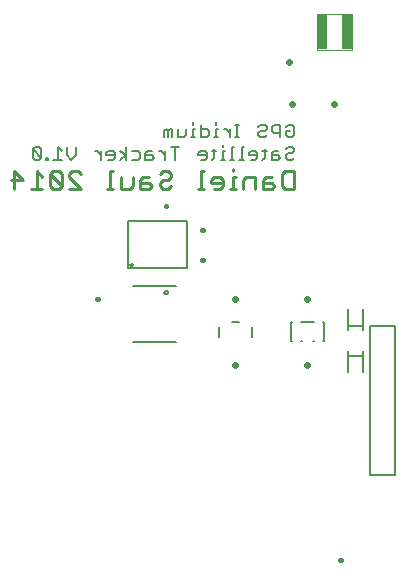
<source format=gbo>
G75*
G70*
%OFA0B0*%
%FSLAX24Y24*%
%IPPOS*%
%LPD*%
%AMOC8*
5,1,8,0,0,1.08239X$1,22.5*
%
%ADD10C,0.0080*%
%ADD11C,0.0110*%
%ADD12C,0.0050*%
%ADD13C,0.0220*%
%ADD14C,0.0039*%
%ADD15R,0.0354X0.1181*%
%ADD16C,0.0160*%
%ADD17C,0.0060*%
D10*
X006273Y011575D02*
X006275Y011590D01*
X006281Y011603D01*
X006290Y011615D01*
X006301Y011624D01*
X006315Y011630D01*
X006330Y011632D01*
X006345Y011630D01*
X006358Y011624D01*
X006370Y011615D01*
X006379Y011604D01*
X006385Y011590D01*
X006387Y011575D01*
X006385Y011560D01*
X006379Y011547D01*
X006370Y011535D01*
X006359Y011526D01*
X006345Y011520D01*
X006330Y011518D01*
X006315Y011520D01*
X006302Y011526D01*
X006290Y011535D01*
X006281Y011546D01*
X006275Y011560D01*
X006273Y011575D01*
X008080Y010435D02*
X008080Y010096D01*
X008534Y010585D02*
X008746Y010585D01*
X009200Y010435D02*
X009200Y010096D01*
X012384Y010311D02*
X012384Y010469D01*
X012896Y010469D01*
X012896Y011020D01*
X012384Y011020D02*
X012384Y010469D01*
X012896Y010469D02*
X012896Y010311D01*
X013107Y010446D02*
X013107Y005485D01*
X013973Y005485D01*
X013973Y005495D02*
X013973Y010446D01*
X013107Y010446D01*
X012896Y009620D02*
X012896Y009462D01*
X012384Y009462D01*
X012384Y008911D01*
X012384Y009462D02*
X012384Y009620D01*
X012896Y009462D02*
X012896Y008911D01*
X010530Y016005D02*
X010390Y016005D01*
X010320Y016076D01*
X010320Y016146D01*
X010390Y016216D01*
X010530Y016216D01*
X010600Y016286D01*
X010600Y016356D01*
X010530Y016426D01*
X010390Y016426D01*
X010320Y016356D01*
X010070Y016286D02*
X009929Y016286D01*
X009859Y016216D01*
X009859Y016005D01*
X010070Y016005D01*
X010140Y016076D01*
X010070Y016146D01*
X009859Y016146D01*
X009679Y016286D02*
X009539Y016286D01*
X009609Y016356D02*
X009609Y016076D01*
X009539Y016005D01*
X009372Y016076D02*
X009372Y016216D01*
X009302Y016286D01*
X009162Y016286D01*
X009092Y016216D01*
X009092Y016146D01*
X009372Y016146D01*
X009372Y016076D02*
X009302Y016005D01*
X009162Y016005D01*
X008912Y016005D02*
X008772Y016005D01*
X008842Y016005D02*
X008842Y016426D01*
X008912Y016426D01*
X008758Y016755D02*
X008618Y016755D01*
X008688Y016755D02*
X008688Y017176D01*
X008758Y017176D02*
X008618Y017176D01*
X008452Y017036D02*
X008452Y016755D01*
X008452Y016896D02*
X008311Y017036D01*
X008241Y017036D01*
X008068Y017036D02*
X007998Y017036D01*
X007998Y016755D01*
X008068Y016755D02*
X007928Y016755D01*
X007761Y016826D02*
X007761Y016966D01*
X007691Y017036D01*
X007481Y017036D01*
X007481Y017176D02*
X007481Y016755D01*
X007691Y016755D01*
X007761Y016826D01*
X007998Y017176D02*
X007998Y017246D01*
X008228Y016496D02*
X008228Y016426D01*
X008228Y016286D02*
X008228Y016005D01*
X008298Y016005D02*
X008158Y016005D01*
X007921Y016076D02*
X007921Y016356D01*
X007991Y016286D02*
X007851Y016286D01*
X007684Y016216D02*
X007684Y016076D01*
X007614Y016005D01*
X007474Y016005D01*
X007404Y016146D02*
X007404Y016216D01*
X007474Y016286D01*
X007614Y016286D01*
X007684Y016216D01*
X007684Y016146D02*
X007404Y016146D01*
X007851Y016005D02*
X007921Y016076D01*
X008228Y016286D02*
X008298Y016286D01*
X008465Y016005D02*
X008605Y016005D01*
X008535Y016005D02*
X008535Y016426D01*
X008605Y016426D01*
X009399Y016826D02*
X009469Y016755D01*
X009609Y016755D01*
X009679Y016826D01*
X009609Y016966D02*
X009469Y016966D01*
X009399Y016896D01*
X009399Y016826D01*
X009609Y016966D02*
X009679Y017036D01*
X009679Y017106D01*
X009609Y017176D01*
X009469Y017176D01*
X009399Y017106D01*
X009859Y017106D02*
X009859Y016966D01*
X009929Y016896D01*
X010140Y016896D01*
X010140Y016755D02*
X010140Y017176D01*
X009929Y017176D01*
X009859Y017106D01*
X010320Y017106D02*
X010390Y017176D01*
X010530Y017176D01*
X010600Y017106D01*
X010600Y016826D01*
X010530Y016755D01*
X010390Y016755D01*
X010320Y016826D01*
X010320Y016966D01*
X010460Y016966D01*
X010600Y016076D02*
X010530Y016005D01*
X007301Y016755D02*
X007160Y016755D01*
X007230Y016755D02*
X007230Y017036D01*
X007301Y017036D01*
X007230Y017176D02*
X007230Y017246D01*
X006994Y017036D02*
X006994Y016826D01*
X006924Y016755D01*
X006713Y016755D01*
X006713Y017036D01*
X006533Y017036D02*
X006533Y016755D01*
X006393Y016755D02*
X006393Y016966D01*
X006323Y017036D01*
X006253Y016966D01*
X006253Y016755D01*
X006393Y016966D02*
X006463Y017036D01*
X006533Y017036D01*
X006483Y016426D02*
X006763Y016426D01*
X006623Y016426D02*
X006623Y016005D01*
X006303Y016005D02*
X006303Y016286D01*
X006303Y016146D02*
X006163Y016286D01*
X006093Y016286D01*
X005849Y016286D02*
X005709Y016286D01*
X005639Y016216D01*
X005639Y016005D01*
X005849Y016005D01*
X005919Y016076D01*
X005849Y016146D01*
X005639Y016146D01*
X005459Y016216D02*
X005459Y016076D01*
X005389Y016005D01*
X005179Y016005D01*
X005179Y016286D02*
X005389Y016286D01*
X005459Y016216D01*
X004999Y016146D02*
X004788Y016286D01*
X004615Y016216D02*
X004615Y016076D01*
X004545Y016005D01*
X004405Y016005D01*
X004335Y016146D02*
X004615Y016146D01*
X004615Y016216D02*
X004545Y016286D01*
X004405Y016286D01*
X004335Y016216D01*
X004335Y016146D01*
X004155Y016146D02*
X004014Y016286D01*
X003944Y016286D01*
X004155Y016286D02*
X004155Y016005D01*
X004788Y016005D02*
X004999Y016146D01*
X004999Y016005D02*
X004999Y016426D01*
X003310Y016426D02*
X003310Y016146D01*
X003170Y016005D01*
X003030Y016146D01*
X003030Y016426D01*
X002850Y016286D02*
X002710Y016426D01*
X002710Y016005D01*
X002850Y016005D02*
X002570Y016005D01*
X002390Y016005D02*
X002320Y016005D01*
X002320Y016076D01*
X002390Y016076D01*
X002390Y016005D01*
X002159Y016076D02*
X002159Y016356D01*
X002089Y016426D01*
X001949Y016426D01*
X001879Y016356D01*
X002159Y016076D01*
X002089Y016005D01*
X001949Y016005D01*
X001879Y016076D01*
X001879Y016356D01*
D11*
X002009Y015611D02*
X002009Y015020D01*
X002206Y015020D02*
X001812Y015020D01*
X001561Y015316D02*
X001168Y015316D01*
X001266Y015611D02*
X001266Y015020D01*
X001561Y015316D02*
X001266Y015611D01*
X002009Y015611D02*
X002206Y015414D01*
X002457Y015513D02*
X002457Y015119D01*
X002555Y015020D01*
X002752Y015020D01*
X002850Y015119D01*
X002457Y015513D01*
X002555Y015611D01*
X002752Y015611D01*
X002850Y015513D01*
X002850Y015119D01*
X003101Y015020D02*
X003495Y015020D01*
X003101Y015414D01*
X003101Y015513D01*
X003200Y015611D01*
X003397Y015611D01*
X003495Y015513D01*
X004372Y015020D02*
X004569Y015020D01*
X004471Y015020D02*
X004471Y015611D01*
X004569Y015611D01*
X004820Y015414D02*
X004820Y015020D01*
X005115Y015020D01*
X005214Y015119D01*
X005214Y015414D01*
X005465Y015316D02*
X005465Y015020D01*
X005760Y015020D01*
X005858Y015119D01*
X005760Y015217D01*
X005465Y015217D01*
X005465Y015316D02*
X005563Y015414D01*
X005760Y015414D01*
X006109Y015513D02*
X006208Y015611D01*
X006404Y015611D01*
X006503Y015513D01*
X006503Y015414D01*
X006404Y015316D01*
X006208Y015316D01*
X006109Y015217D01*
X006109Y015119D01*
X006208Y015020D01*
X006404Y015020D01*
X006503Y015119D01*
X007380Y015020D02*
X007577Y015020D01*
X007479Y015020D02*
X007479Y015611D01*
X007577Y015611D01*
X007828Y015316D02*
X007828Y015217D01*
X008222Y015217D01*
X008222Y015119D02*
X008222Y015316D01*
X008123Y015414D01*
X007926Y015414D01*
X007828Y015316D01*
X007926Y015020D02*
X008123Y015020D01*
X008222Y015119D01*
X008455Y015020D02*
X008651Y015020D01*
X008553Y015020D02*
X008553Y015414D01*
X008651Y015414D01*
X008553Y015611D02*
X008553Y015709D01*
X008902Y015316D02*
X008902Y015020D01*
X008902Y015316D02*
X009001Y015414D01*
X009296Y015414D01*
X009296Y015020D01*
X009547Y015020D02*
X009547Y015316D01*
X009645Y015414D01*
X009842Y015414D01*
X009842Y015217D02*
X009547Y015217D01*
X009547Y015020D02*
X009842Y015020D01*
X009940Y015119D01*
X009842Y015217D01*
X010191Y015119D02*
X010191Y015513D01*
X010290Y015611D01*
X010585Y015611D01*
X010585Y015020D01*
X010290Y015020D01*
X010191Y015119D01*
D12*
X007024Y013953D02*
X007024Y012378D01*
X005056Y012378D01*
X005056Y013953D01*
X007024Y013953D01*
X005135Y012496D02*
X005137Y012508D01*
X005142Y012519D01*
X005151Y012528D01*
X005162Y012533D01*
X005174Y012535D01*
X005186Y012533D01*
X005197Y012528D01*
X005206Y012519D01*
X005211Y012508D01*
X005213Y012496D01*
X005211Y012484D01*
X005206Y012473D01*
X005197Y012464D01*
X005186Y012459D01*
X005174Y012457D01*
X005162Y012459D01*
X005151Y012464D01*
X005142Y012473D01*
X005137Y012484D01*
X005135Y012496D01*
D13*
X008640Y011377D02*
X008640Y011353D01*
X008640Y009177D02*
X008640Y009153D01*
X011040Y009153D02*
X011040Y009177D01*
X011040Y011353D02*
X011040Y011377D01*
X010540Y017853D02*
X010540Y017877D01*
X010440Y019253D02*
X010440Y019277D01*
X011940Y017877D02*
X011940Y017853D01*
D14*
X011369Y019675D02*
X011349Y019695D01*
X011349Y020836D01*
X011369Y020856D01*
X012511Y020856D01*
X012531Y020836D01*
X012531Y019695D01*
X012511Y019675D01*
X011369Y019675D01*
D15*
X011527Y020265D03*
X012353Y020265D03*
D16*
X007552Y013665D02*
X007528Y013665D01*
X007528Y012665D02*
X007552Y012665D01*
X006340Y014453D02*
X006340Y014477D01*
X004052Y011365D02*
X004028Y011365D01*
X012128Y002665D02*
X012152Y002665D01*
D17*
X006650Y009936D02*
X005230Y009936D01*
X005230Y011795D02*
X006650Y011795D01*
X010480Y010584D02*
X010480Y009947D01*
X010517Y009947D01*
X010834Y009947D02*
X010871Y009947D01*
X011209Y009947D02*
X011246Y009947D01*
X011563Y009947D02*
X011600Y009947D01*
X011600Y010584D01*
X011563Y010584D01*
X011246Y010584D02*
X010834Y010584D01*
X010517Y010584D02*
X010480Y010584D01*
M02*

</source>
